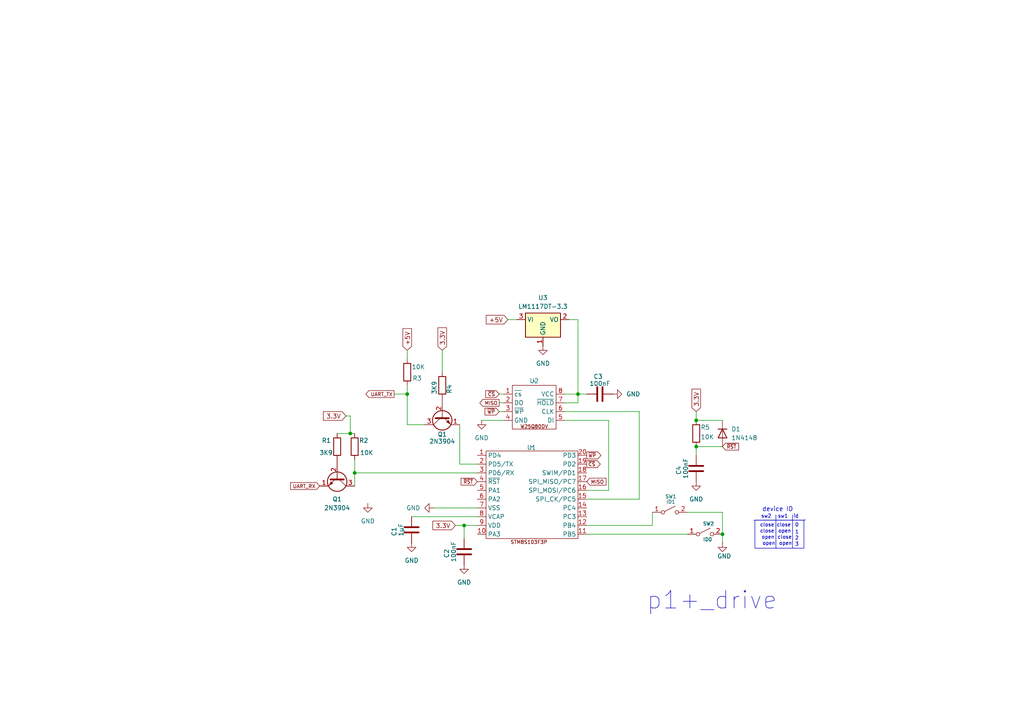
<source format=kicad_sch>
(kicad_sch (version 20231120) (generator "eeschema") (generator_version "8.0")
  (paper "A4")
  (lib_symbols
    (symbol "Device:C" (pin_numbers hide) (pin_names (offset 0.254))
      (property "Reference" "C" (at 0.635 2.54 0))
      (property "Value" "C" (at 0.635 -2.54 0))
      (symbol "C_0_1"
        (polyline (pts (xy -2.032 -0.762) (xy 2.032 -0.762)) (stroke (width 0.508)))
        (polyline (pts (xy -2.032 0.762) (xy 2.032 0.762)) (stroke (width 0.508)))
      )
      (symbol "C_1_1"
        (pin passive line (at 0 3.81 270) (length 2.794) (name "~") (number "1"))
        (pin passive line (at 0 -3.81 90) (length 2.794) (name "~") (number "2"))
      )
    )
    (symbol "Device:R" (pin_numbers hide) (pin_names (offset 0))
      (property "Reference" "R" (at 2.032 0 90))
      (property "Value" "R" (at 0 0 90))
      (symbol "R_0_1"
        (rectangle (start -1.016 -2.54) (end 1.016 2.54) (stroke (width 0.254)))
      )
      (symbol "R_1_1"
        (pin passive line (at 0 3.81 270) (length 1.27) (name "~") (number "1"))
        (pin passive line (at 0 -3.81 90) (length 1.27) (name "~") (number "2"))
      )
    )
    (symbol "Diode:1N4148" (pin_numbers hide) (pin_names hide)
      (property "Reference" "D" (at 0 2.54 0))
      (property "Value" "1N4148" (at 0 -2.54 0))
      (symbol "1N4148_0_1"
        (polyline (pts (xy -1.27 1.27) (xy -1.27 -1.27)) (stroke (width 0.254)))
        (polyline (pts (xy 1.27 0) (xy -1.27 0)))
        (polyline (pts (xy 1.27 1.27) (xy 1.27 -1.27) (xy -1.27 0) (xy 1.27 1.27)) (stroke (width 0.254)))
      )
      (symbol "1N4148_1_1"
        (pin passive line (at -3.81 0 0) (length 2.54) (name "K") (number "1"))
        (pin passive line (at 3.81 0 180) (length 2.54) (name "A") (number "2"))
      )
    )
    (symbol "Regulator_Linear:LM1117DT-2.5"
      (property "Reference" "U" (at -3.81 3.175 0))
      (property "Value" "LM1117DT-2.5" (at 0 3.175 0))
      (symbol "LM1117DT-2.5_0_1"
        (rectangle (start -5.08 -5.08) (end 5.08 1.905) (stroke (width 0.254)) (fill (type background)))
      )
      (symbol "LM1117DT-2.5_1_1"
        (pin power_in line (at 0 -7.62 90) (length 2.54) (name "GND") (number "1"))
        (pin power_out line (at 7.62 0 180) (length 2.54) (name "VO") (number "2"))
        (pin power_in line (at -7.62 0 0) (length 2.54) (name "VI") (number "3"))
      )
    )
    (symbol "Switch:SW_SPST" (pin_names (offset 0) hide)
      (property "Reference" "SW" (at 0 3.175 0))
      (property "Value" "SW_SPST" (at 0 -2.54 0))
      (symbol "SW_SPST_0_0"
        (circle (center -2.032 0) (radius 0.508))
        (polyline (pts (xy -1.524 0.254) (xy 1.524 1.778)))
        (circle (center 2.032 0) (radius 0.508))
      )
      (symbol "SW_SPST_1_1"
        (pin passive line (at -5.08 0 0) (length 2.54) (name "A") (number "1"))
        (pin passive line (at 5.08 0 180) (length 2.54) (name "B") (number "2"))
      )
    )
    (symbol "Transistor_BJT:2N3904" (pin_names (offset 0) hide)
      (property "Reference" "Q" (at 5.08 1.905 0))
      (property "Value" "2N3904" (at 5.08 0 0))
      (symbol "2N3904_0_1"
        (polyline (pts (xy 0.635 0.635) (xy 2.54 2.54)))
        (polyline (pts (xy 0.635 -0.635) (xy 2.54 -2.54) (xy 2.54 -2.54)))
        (polyline (pts (xy 0.635 1.905) (xy 0.635 -1.905) (xy 0.635 -1.905)) (stroke (width 0.508)))
        (polyline (pts (xy 1.27 -1.778) (xy 1.778 -1.27) (xy 2.286 -2.286) (xy 1.27 -1.778) (xy 1.27 -1.778)) (fill (type outline)))
        (circle (center 1.27 0) (radius 2.8194) (stroke (width 0.254)))
      )
      (symbol "2N3904_1_1"
        (pin passive line (at 2.54 -5.08 90) (length 2.54) (name "E") (number "1"))
        (pin passive line (at -5.08 0 0) (length 5.715) (name "B") (number "2"))
        (pin passive line (at 2.54 5.08 270) (length 2.54) (name "C") (number "3"))
      )
    )
    (symbol "W25Q80DV:W25Q80DV"
      (property "Reference" "U" (at -0.508 7.62 0))
      (symbol "W25Q80DV_0_1"
        (rectangle (start -6.35 6.35) (end 6.35 -6.35))
      )
      (symbol "W25Q80DV_1_1"
        (text "W25Q80DV" (at 0 -5.588 0) (effects (font (size 1.016 1.016))))
        (pin input line (at -8.89 3.81 0) (length 2.54) (name "~{cs}") (number "1"))
        (pin output line (at -8.89 1.27 0) (length 2.54) (name "DO") (number "2"))
        (pin input line (at -8.89 -1.27 0) (length 2.54) (name "~{WP}") (number "3"))
        (pin passive line (at -8.89 -3.81 0) (length 2.54) (name "GND") (number "4"))
        (pin input line (at 8.89 -3.81 180) (length 2.54) (name "DI") (number "5"))
        (pin input line (at 8.89 -1.27 180) (length 2.54) (name "CLK") (number "6"))
        (pin bidirectional line (at 8.89 1.27 180) (length 2.54) (name "~{HOLD}") (number "7"))
        (pin power_in line (at 8.89 3.81 180) (length 2.54) (name "VCC") (number "8"))
      )
    )
    (symbol "power:GND" (power) (pin_numbers hide) (pin_names (offset 0) hide)
      (property "Value" "GND" (at 0 -3.81 0))
      (symbol "GND_0_1"
        (polyline (pts (xy 0 0) (xy 0 -1.27) (xy 1.27 -1.27) (xy 0 -2.54) (xy -1.27 -1.27) (xy 0 -1.27)))
      )
      (symbol "GND_1_1"
        (pin power_in line (at 0 0 270) (length 0) (name "~") (number "1"))
      )
    )
    (symbol "stm8s103f3:STM8S103F3P"
      (property "Reference" "U" (at -0.254 13.716 0))
      (symbol "STM8S103F3P_1_1"
        (rectangle (start -12.7 12.7) (end 13.97 -12.7))
        (text "STM8S103F3P" (at -0.254 -13.716 0) (effects (font (size 1.016 1.016))))
        (pin bidirectional line (at -15.24 11.43 0) (length 2.54) (name "PD4") (number "1"))
        (pin bidirectional line (at -15.24 -11.43 0) (length 2.54) (name "PA3") (number "10"))
        (pin bidirectional line (at 16.51 -11.43 180) (length 2.54) (name "PB5") (number "11"))
        (pin bidirectional line (at 16.51 -8.89 180) (length 2.54) (name "PB4") (number "12"))
        (pin bidirectional line (at 16.51 -6.35 180) (length 2.54) (name "PC3") (number "13"))
        (pin bidirectional line (at 16.51 -3.81 180) (length 2.54) (name "PC4") (number "14"))
        (pin bidirectional line (at 16.51 -1.27 180) (length 2.54) (name "SPI_CK/PC5") (number "15"))
        (pin bidirectional line (at 16.51 1.27 180) (length 2.54) (name "SPI_MOSI/PC6") (number "16"))
        (pin bidirectional line (at 16.51 3.81 180) (length 2.54) (name "SPI_MISO/PC7") (number "17"))
        (pin bidirectional line (at 16.51 6.35 180) (length 2.54) (name "SWIM/PD1") (number "18"))
        (pin bidirectional line (at 16.51 8.89 180) (length 2.54) (name "PD2") (number "19"))
        (pin bidirectional line (at -15.24 8.89 0) (length 2.54) (name "PD5/TX") (number "2"))
        (pin bidirectional line (at 16.51 11.43 180) (length 2.54) (name "PD3") (number "20"))
        (pin bidirectional line (at -15.24 6.35 0) (length 2.54) (name "PD6/RX") (number "3"))
        (pin input line (at -15.24 3.81 0) (length 2.54) (name "~{RST}") (number "4"))
        (pin bidirectional line (at -15.24 1.27 0) (length 2.54) (name "PA1") (number "5"))
        (pin bidirectional line (at -15.24 -1.27 0) (length 2.54) (name "PA2") (number "6"))
        (pin passive line (at -15.24 -3.81 0) (length 2.54) (name "VSS") (number "7"))
        (pin passive line (at -15.24 -6.35 0) (length 2.54) (name "VCAP") (number "8"))
        (pin power_in line (at -15.24 -8.89 0) (length 2.54) (name "VDD") (number "9"))
      )
    )
  )
  (junction (at 209.55 154.94))
  (junction (at 101.6 125.73))
  (junction (at 167.64 114.3))
  (junction (at 102.87 137.16))
  (junction (at 118.11 114.3))
  (junction (at 201.93 129.54))
  (junction (at 134.62 152.4))
  (junction (at 201.93 121.92))
  (polyline (pts (xy 218.694 150.876) (xy 233.426 150.876)))
  (wire (pts (xy 163.83 116.84) (xy 167.64 116.84)))
  (wire (pts (xy 100.33 120.65) (xy 101.6 120.65)))
  (wire (pts (xy 163.83 114.3) (xy 167.64 114.3)))
  (wire (pts (xy 132.08 152.4) (xy 134.62 152.4)))
  (wire (pts (xy 176.53 142.24) (xy 176.53 121.92)))
  (polyline (pts (xy 229.87 159.004) (xy 230.124 159.004)))
  (wire (pts (xy 176.53 121.92) (xy 163.83 121.92)))
  (wire (pts (xy 123.19 123.19) (xy 118.11 123.19)))
  (wire (pts (xy 201.93 119.38) (xy 201.93 121.92)))
  (polyline (pts (xy 225.044 149.352) (xy 225.044 159.004)))
  (wire (pts (xy 144.78 119.38) (xy 146.05 119.38)))
  (wire (pts (xy 201.93 129.54) (xy 201.93 132.08)))
  (wire (pts (xy 119.38 149.86) (xy 138.43 149.86)))
  (wire (pts (xy 133.35 134.62) (xy 138.43 134.62)))
  (wire (pts (xy 189.23 148.59) (xy 189.23 152.4)))
  (polyline (pts (xy 225.044 159.004) (xy 225.298 159.004)))
  (wire (pts (xy 185.42 119.38) (xy 163.83 119.38)))
  (wire (pts (xy 209.55 154.94) (xy 209.55 157.48)))
  (wire (pts (xy 147.32 92.71) (xy 149.86 92.71)))
  (wire (pts (xy 118.11 111.76) (xy 118.11 114.3)))
  (wire (pts (xy 185.42 144.78) (xy 185.42 119.38)))
  (wire (pts (xy 134.62 152.4) (xy 134.62 156.21)))
  (wire (pts (xy 97.79 125.73) (xy 101.6 125.73)))
  (wire (pts (xy 170.18 142.24) (xy 176.53 142.24)))
  (wire (pts (xy 125.73 147.32) (xy 138.43 147.32)))
  (wire (pts (xy 170.18 144.78) (xy 185.42 144.78)))
  (wire (pts (xy 101.6 125.73) (xy 102.87 125.73)))
  (wire (pts (xy 102.87 133.35) (xy 102.87 137.16)))
  (wire (pts (xy 101.6 120.65) (xy 101.6 125.73)))
  (wire (pts (xy 167.64 116.84) (xy 167.64 114.3)))
  (wire (pts (xy 144.78 114.3) (xy 146.05 114.3)))
  (wire (pts (xy 118.11 114.3) (xy 118.11 123.19)))
  (wire (pts (xy 118.11 101.6) (xy 118.11 104.14)))
  (polyline (pts (xy 233.426 150.622) (xy 233.426 150.876)))
  (wire (pts (xy 201.93 121.92) (xy 209.55 121.92)))
  (wire (pts (xy 170.18 154.94) (xy 199.39 154.94)))
  (wire (pts (xy 209.55 148.59) (xy 209.55 154.94)))
  (wire (pts (xy 167.64 114.3) (xy 170.18 114.3)))
  (polyline (pts (xy 229.87 149.352) (xy 229.87 159.004)))
  (wire (pts (xy 128.27 101.6) (xy 128.27 107.95)))
  (wire (pts (xy 139.7 121.92) (xy 146.05 121.92)))
  (wire (pts (xy 167.64 92.71) (xy 167.64 114.3)))
  (wire (pts (xy 134.62 152.4) (xy 138.43 152.4)))
  (wire (pts (xy 201.93 129.54) (xy 209.55 129.54)))
  (wire (pts (xy 114.3 114.3) (xy 118.11 114.3)))
  (wire (pts (xy 170.18 152.4) (xy 189.23 152.4)))
  (wire (pts (xy 102.87 137.16) (xy 102.87 140.97)))
  (wire (pts (xy 133.35 123.19) (xy 133.35 134.62)))
  (wire (pts (xy 144.78 116.84) (xy 146.05 116.84)))
  (wire (pts (xy 102.87 137.16) (xy 138.43 137.16)))
  (wire (pts (xy 199.39 148.59) (xy 209.55 148.59)))
  (wire (pts (xy 165.1 92.71) (xy 167.64 92.71)))
  (rectangle (start 218.948 150.876) (end 233.172 159.004))
  (text "close" (at 227.584 155.956 0) (effects (font (size 1.016 1.016))))
  (text "sw1" (at 227.076 149.86 0) (effects (font (size 1.016 1.016))))
  (text "3" (at 231.14 157.988 0) (effects (font (size 1.016 1.016))))
  (text "1" (at 231.14 154.432 0) (effects (font (size 1.016 1.016))))
  (text "open" (at 222.758 155.956 0) (effects (font (size 1.016 1.016))))
  (text "open" (at 227.838 157.734 0) (effects (font (size 1.016 1.016))))
  (text "close" (at 222.504 154.178 0) (effects (font (size 1.016 1.016))))
  (text "id" (at 230.886 149.86 0) (effects (font (size 1.016 1.016))))
  (text "device ID\n" (at 225.552 147.828 0) (effects (font (size 1.27 1.27))))
  (text "open" (at 227.584 154.178 0) (effects (font (size 1.016 1.016))))
  (text "2" (at 231.14 156.21 0) (effects (font (size 1.016 1.016))))
  (text "sw2" (at 222.25 149.86 0) (effects (font (size 1.016 1.016))))
  (text "close" (at 227.33 152.4 0) (effects (font (size 1.016 1.016))))
  (text "p1+_drive" (at 206.502 174.244 0) (effects (font (size 5.08 5.08))))
  (text "0" (at 231.14 152.4 0) (effects (font (size 1.016 1.016))))
  (text "close" (at 222.504 152.4 0) (effects (font (size 1.016 1.016))))
  (text "open" (at 223.012 157.734 0) (effects (font (size 1.016 1.016))))
  (global_label "MISO" (shape output) (at 144.78 116.84 180) (effects (font (size 1.016 1.016))) (property "Intersheetrefs" "${INTERSHEET_REFS}" (effects (hide yes))))
  (global_label "~{CS}" (shape output) (at 170.18 134.62 0) (effects (font (size 1.016 1.016))) (property "Intersheetrefs" "${INTERSHEET_REFS}" (effects (hide yes))))
  (global_label "3.3V" (shape input) (at 100.33 120.65 180) (property "Intersheetrefs" "${INTERSHEET_REFS}" (effects (hide yes))))
  (global_label "+5V" (shape input) (at 147.32 92.71 180) (property "Intersheetrefs" "${INTERSHEET_REFS}" (effects (hide yes))))
  (global_label "~{WP}" (shape input) (at 144.78 119.38 180) (effects (font (size 1.016 1.016))) (property "Intersheetrefs" "${INTERSHEET_REFS}" (effects (hide yes))))
  (global_label "UART_TX" (shape output) (at 114.3 114.3 180) (effects (font (size 1.016 1.016))) (property "Intersheetrefs" "${INTERSHEET_REFS}" (effects (hide yes))))
  (global_label "~{WP}" (shape output) (at 170.18 132.08 0) (effects (font (size 1.016 1.016))) (property "Intersheetrefs" "${INTERSHEET_REFS}" (effects (hide yes))))
  (global_label "~{RST}" (shape input) (at 138.43 139.7 180) (effects (font (size 1.016 1.016))) (property "Intersheetrefs" "${INTERSHEET_REFS}" (effects (hide yes))))
  (global_label "+5V" (shape input) (at 118.11 101.6 90) (property "Intersheetrefs" "${INTERSHEET_REFS}" (effects (hide yes))))
  (global_label "3.3V" (shape input) (at 132.08 152.4 180) (property "Intersheetrefs" "${INTERSHEET_REFS}" (effects (hide yes))))
  (global_label "3.3V" (shape input) (at 128.27 101.6 90) (property "Intersheetrefs" "${INTERSHEET_REFS}" (effects (hide yes))))
  (global_label "~{RST}" (shape input) (at 209.55 129.54 0) (effects (font (size 1.016 1.016))) (property "Intersheetrefs" "${INTERSHEET_REFS}" (effects (hide yes))))
  (global_label "3.3V" (shape input) (at 201.93 119.38 90) (property "Intersheetrefs" "${INTERSHEET_REFS}" (effects (hide yes))))
  (global_label "MISO" (shape input) (at 170.18 139.7 0) (effects (font (size 1.016 1.016))) (property "Intersheetrefs" "${INTERSHEET_REFS}" (effects (hide yes))))
  (global_label "UART_RX" (shape input) (at 92.71 140.97 180) (effects (font (size 1.016 1.016))) (property "Intersheetrefs" "${INTERSHEET_REFS}" (effects (hide yes))))
  (global_label "~{CS}" (shape input) (at 144.78 114.3 180) (effects (font (size 1.016 1.016))) (property "Intersheetrefs" "${INTERSHEET_REFS}" (effects (hide yes))))
  (symbol (lib_id "stm8s103f3:STM8S103F3P") (at 153.67 143.51 0) (unit 1)
    (property "Reference" "U1" (at 154.178 129.794 0))
    (property "Value" "~" (at 154.305 129.54 0))
  )
  (symbol (lib_id "Device:C") (at 119.38 153.67 180) (unit 1)
    (property "Reference" "C1" (at 114.3 154.178 90))
    (property "Value" "1µF" (at 116.332 153.67 90))
    (property "Description" "Unpolarized capacitor" (effects (hide yes)))
  )
  (symbol (lib_id "Regulator_Linear:LM1117DT-2.5") (at 157.48 92.71 0) (unit 1)
    (property "Reference" "U3" (at 157.48 86.36 0))
    (property "Value" "LM1117DT-3.3" (at 157.48 88.9 0))
    (property "Footprint" "Package_TO_SOT_SMD:TO-252-3_TabPin2" (effects (hide yes)))
    (property "Datasheet" "http://www.ti.com/lit/ds/symlink/lm1117.pdf" (effects (hide yes)))
    (property "Description" "800mA Low-Dropout Linear Regulator, 2.5V fixed output, TO-252" (effects (hide yes)))
  )
  (symbol (lib_id "power:GND") (at 119.38 157.48 0) (unit 1)
    (property "Reference" "#PWR02" (effects (hide yes)))
    (property "Value" "GND" (at 119.38 162.56 0))
    (property "Description" "Power symbol creates a global label with name \"GND\" , ground" (effects (hide yes)))
  )
  (symbol (lib_id "power:GND") (at 201.93 139.7 0) (unit 1)
    (property "Reference" "#PWR08" (effects (hide yes)))
    (property "Value" "GND" (at 201.93 144.78 0))
    (property "Description" "Power symbol creates a global label with name \"GND\" , ground" (effects (hide yes)))
  )
  (symbol (lib_id "power:GND") (at 177.8 114.3 90) (unit 1)
    (property "Reference" "#PWR07" (effects (hide yes)))
    (property "Value" "GND" (at 181.61 114.2999 90) (effects (justify right)))
    (property "Description" "Power symbol creates a global label with name \"GND\" , ground" (effects (hide yes)))
  )
  (symbol (lib_id "power:GND") (at 157.48 100.33 0) (unit 1)
    (property "Reference" "#PWR06" (effects (hide yes)))
    (property "Value" "GND" (at 157.48 105.41 0))
    (property "Description" "Power symbol creates a global label with name \"GND\" , ground" (effects (hide yes)))
  )
  (symbol (lib_id "power:GND") (at 134.62 163.83 0) (unit 1)
    (property "Reference" "#PWR04" (effects (hide yes)))
    (property "Value" "GND" (at 134.62 168.91 0))
    (property "Description" "Power symbol creates a global label with name \"GND\" , ground" (effects (hide yes)))
  )
  (symbol (lib_id "Device:R") (at 97.79 129.54 180) (unit 1)
    (property "Reference" "R1" (at 96.012 127.762 0) (effects (justify left)))
    (property "Value" "3K9" (at 96.52 131.318 0) (effects (justify left)))
    (property "Description" "Resistor" (effects (hide yes)))
  )
  (symbol (lib_id "power:GND") (at 139.7 121.92 0) (unit 1)
    (property "Reference" "#PWR05" (effects (hide yes)))
    (property "Value" "GND" (at 139.7 127 0))
    (property "Description" "Power symbol creates a global label with name \"GND\" , ground" (effects (hide yes)))
  )
  (symbol (lib_id "power:GND") (at 125.73 147.32 270) (unit 1)
    (property "Reference" "#PWR03" (effects (hide yes)))
    (property "Value" "GND" (at 121.92 147.3199 90) (effects (justify right)))
    (property "Description" "Power symbol creates a global label with name \"GND\" , ground" (effects (hide yes)))
  )
  (symbol (lib_id "Device:R") (at 128.27 111.76 180) (unit 1)
    (property "Reference" "R4" (at 130.302 111.506 90) (effects (justify left)))
    (property "Value" "3K9" (at 125.984 110.49 90) (effects (justify left)))
    (property "Description" "Resistor" (effects (hide yes)))
  )
  (symbol (lib_id "Switch:SW_SPST") (at 194.31 148.59 0) (unit 1)
    (property "Reference" "SW1" (at 194.564 144.018 0) (effects (font (size 1.016 1.016))))
    (property "Value" "ID1" (at 194.564 145.542 0) (effects (font (size 1.016 1.016))))
    (property "Description" "Single Pole Single Throw (SPST) switch" (effects (hide yes)))
  )
  (symbol (lib_id "W25Q80DV:W25Q80DV") (at 154.94 118.11 0) (unit 1)
    (property "Reference" "U2" (at 154.94 110.49 0))
    (property "Value" "~" (at 154.94 110.49 0))
  )
  (symbol (lib_id "Diode:1N4148") (at 209.55 125.73 270) (unit 1)
    (property "Reference" "D1" (at 212.09 124.4599 90) (effects (justify left)))
    (property "Value" "1N4148" (at 212.09 126.9999 90) (effects (justify left)))
    (property "Footprint" "Diode_THT:D_DO-35_SOD27_P7.62mm_Horizontal" (effects (hide yes)))
    (property "Datasheet" "https://assets.nexperia.com/documents/data-sheet/1N4148_1N4448.pdf" (effects (hide yes)))
    (property "Description" "100V 0.15A standard switching diode, DO-35" (effects (hide yes)))
    (property "Sim.Device" "D" (effects (hide yes)))
    (property "Sim.Pins" "1=K 2=A" (effects (hide yes)))
  )
  (symbol (lib_id "Device:R") (at 102.87 129.54 0) (unit 1)
    (property "Reference" "R2" (at 104.14 127.762 0) (effects (justify left)))
    (property "Value" "10K" (at 104.394 131.318 0) (effects (justify left)))
    (property "Description" "Resistor" (effects (hide yes)))
  )
  (symbol (lib_id "Device:C") (at 173.99 114.3 90) (unit 1)
    (property "Reference" "C3" (at 173.482 109.22 90))
    (property "Value" "100nF" (at 173.99 111.252 90))
    (property "Description" "Unpolarized capacitor" (effects (hide yes)))
  )
  (symbol (lib_id "Device:C") (at 201.93 135.89 180) (unit 1)
    (property "Reference" "C4" (at 196.85 136.398 90))
    (property "Value" "100nF" (at 198.882 135.89 90))
    (property "Description" "Unpolarized capacitor" (effects (hide yes)))
  )
  (symbol (lib_id "Transistor_BJT:2N3904") (at 97.79 138.43 270) (unit 1)
    (property "Reference" "Q1" (at 97.79 144.78 90))
    (property "Value" "2N3904" (at 97.79 147.32 90))
    (property "Footprint" "Package_TO_SOT_THT:TO-92_Inline" (effects (hide yes)))
    (property "Datasheet" "https://www.onsemi.com/pub/Collateral/2N3903-D.PDF" (effects (hide yes)))
    (property "Description" "0.2A Ic, 40V Vce, Small Signal NPN Transistor, TO-92" (effects (hide yes)))
  )
  (symbol (lib_id "Device:C") (at 134.62 160.02 180) (unit 1)
    (property "Reference" "C2" (at 129.54 160.528 90))
    (property "Value" "100nF" (at 131.572 160.02 90))
    (property "Description" "Unpolarized capacitor" (effects (hide yes)))
  )
  (symbol (lib_id "power:GND") (at 106.68 146.05 0) (unit 1)
    (property "Reference" "#PWR01" (effects (hide yes)))
    (property "Value" "GND" (at 106.68 151.13 0))
    (property "Description" "Power symbol creates a global label with name \"GND\" , ground" (effects (hide yes)))
  )
  (symbol (lib_id "Device:R") (at 201.93 125.73 0) (unit 1)
    (property "Reference" "R5" (at 203.2 123.952 0) (effects (justify left)))
    (property "Value" "10K" (at 203.2 126.746 0) (effects (justify left)))
    (property "Description" "Resistor" (effects (hide yes)))
  )
  (symbol (lib_id "power:GND") (at 209.55 157.48 0) (unit 1)
    (property "Reference" "#PWR09" (effects (hide yes)))
    (property "Value" "GND" (at 210.058 161.29 0))
    (property "Description" "Power symbol creates a global label with name \"GND\" , ground" (effects (hide yes)))
  )
  (symbol (lib_id "Transistor_BJT:2N3904") (at 128.27 120.65 90) (mirror x) (unit 1)
    (property "Reference" "Q1" (at 128.27 125.984 90))
    (property "Value" "2N3904" (at 128.27 128.016 90))
    (property "Footprint" "Package_TO_SOT_THT:TO-92_Inline" (effects (hide yes)))
    (property "Datasheet" "https://www.onsemi.com/pub/Collateral/2N3903-D.PDF" (effects (hide yes)))
    (property "Description" "0.2A Ic, 40V Vce, Small Signal NPN Transistor, TO-92" (effects (hide yes)))
  )
  (symbol (lib_id "Device:R") (at 118.11 107.95 0) (unit 1)
    (property "Reference" "R3" (at 119.634 109.728 0) (effects (justify left)))
    (property "Value" "10K" (at 119.38 106.426 0) (effects (justify left)))
    (property "Description" "Resistor" (effects (hide yes)))
  )
  (symbol (lib_id "Switch:SW_SPST") (at 204.47 154.94 0) (unit 1)
    (property "Reference" "SW2" (at 205.486 151.892 0) (effects (font (size 1.016 1.016))))
    (property "Value" "ID0" (at 205.232 156.464 0) (effects (font (size 1.016 1.016))))
    (property "Description" "Single Pole Single Throw (SPST) switch" (effects (hide yes)))
  )
)
</source>
